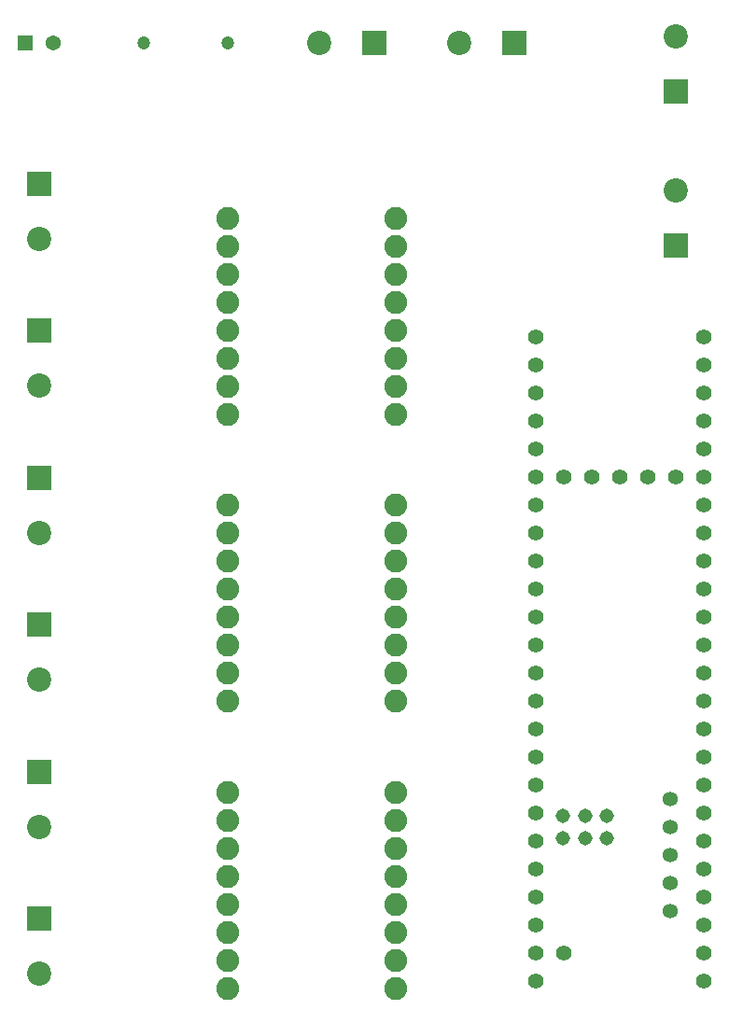
<source format=gbr>
G04 DipTrace 5.2.0.4*
G04 TopMask.gbr*
%MOIN*%
G04 #@! TF.FileFunction,Soldermask,Top*
G04 #@! TF.Part,Single*
%ADD22C,0.051496*%
%ADD36C,0.053465*%
%ADD39C,0.055433*%
%ADD40C,0.047244*%
%ADD42C,0.08189*%
%ADD44R,0.053937X0.053937*%
%ADD46C,0.053937*%
%ADD48C,0.086614*%
%ADD50R,0.086614X0.086614*%
%FSLAX26Y26*%
G04*
G70*
G90*
G75*
G01*
G04 TopMask*
%LPD*%
D50*
X1892125Y3968700D3*
D48*
X1695275D3*
D50*
X2968700Y3795275D3*
D48*
Y3992125D3*
D50*
Y3245275D3*
D48*
Y3442125D3*
D46*
X743700Y3968700D3*
D44*
X643700D3*
D50*
X693700Y842125D3*
D48*
Y645275D3*
D50*
Y1367125D3*
D48*
Y1170275D3*
D50*
Y1892125D3*
D48*
Y1695275D3*
D50*
Y2417125D3*
D48*
Y2220275D3*
D50*
Y2942125D3*
D48*
Y2745275D3*
D50*
Y3467125D3*
D48*
Y3270275D3*
D42*
X1368700Y993700D3*
Y693700D3*
Y893700D3*
Y793700D3*
Y1193700D3*
X1968700Y693700D3*
X1368700Y1093700D3*
X1968700Y893700D3*
Y793700D3*
X1368700Y1293700D3*
X1968700D3*
Y1193700D3*
Y993700D3*
Y1093700D3*
X1368700Y593700D3*
X1968700D3*
X1368700Y2018700D3*
Y1718700D3*
Y1918700D3*
Y1818700D3*
Y2218700D3*
X1968700Y1718700D3*
X1368700Y2118700D3*
X1968700Y1918700D3*
Y1818700D3*
X1368700Y2318700D3*
X1968700D3*
Y2218700D3*
Y2018700D3*
Y2118700D3*
X1368700Y1618700D3*
X1968700D3*
X1368700Y3043700D3*
Y2743700D3*
Y2943700D3*
Y2843700D3*
Y3243700D3*
X1968700Y2743700D3*
X1368700Y3143700D3*
X1968700Y2943700D3*
Y2843700D3*
X1368700Y3343700D3*
X1968700D3*
Y3243700D3*
Y3043700D3*
Y3143700D3*
X1368700Y2643700D3*
X1968700D3*
D40*
X1068700Y3968700D3*
X1368700D3*
D50*
X2392125D3*
D48*
X2195275D3*
D39*
X3068700Y618700D3*
Y718700D3*
Y818700D3*
Y918700D3*
Y1018700D3*
Y1118700D3*
Y1218700D3*
Y1318700D3*
Y1418700D3*
Y1518700D3*
Y1618700D3*
Y1718700D3*
Y1818700D3*
Y1918700D3*
Y2018700D3*
X2468700Y1918700D3*
Y1818700D3*
Y1718700D3*
Y1618700D3*
Y1518700D3*
Y1418700D3*
Y1318700D3*
Y1218700D3*
Y1118700D3*
Y1018700D3*
Y918700D3*
Y618700D3*
X3068700Y2118700D3*
Y2218700D3*
Y2318700D3*
Y2418700D3*
Y2518700D3*
Y2618700D3*
Y2718700D3*
Y2818700D3*
Y2918700D3*
X2468700D3*
Y2818700D3*
Y2718700D3*
Y2618700D3*
Y2518700D3*
Y2418700D3*
Y2318700D3*
Y2218700D3*
Y2118700D3*
X2968700Y2418700D3*
X2568700D3*
Y718700D3*
X2668700Y2418700D3*
D22*
X2565157Y1208070D3*
Y1129330D3*
X2722637Y1208070D3*
X2643897Y1129330D3*
X2722637D3*
D36*
X2948621Y868700D3*
Y968700D3*
Y1068700D3*
Y1168700D3*
D39*
X2868700Y2418700D3*
X2768700D3*
X2468700Y2018700D3*
D22*
X2643897Y1208070D3*
D36*
X2948621Y1268700D3*
D39*
X2468700Y818700D3*
Y718700D3*
M02*

</source>
